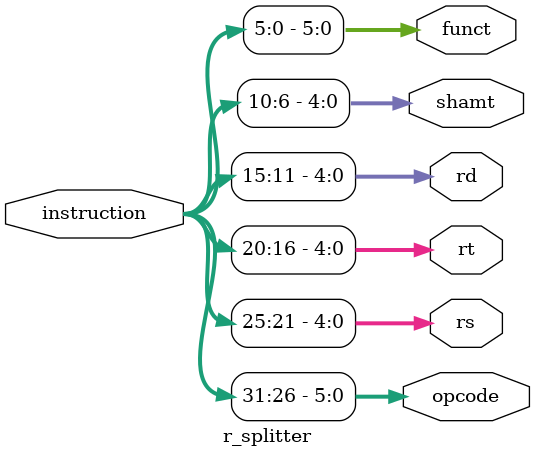
<source format=v>
/*
  R Splitter := RType Instruction Splitter
*/


module r_splitter (
    input  [31:0] instruction,
    output [ 5:0] opcode,
    output [ 4:0] rs,
    output [ 4:0] rt,
    output [ 4:0] rd,
    output [ 4:0] shamt,
    output [ 5:0] funct
);

  // >>> Split(instruction)
  assign opcode = instruction[31:26];
  assign rs = instruction[25:21];
  assign rt = instruction[20:16];
  assign rd = instruction[15:11];
  assign shamt = instruction[10:6];
  assign funct = instruction[5:0];

endmodule

</source>
